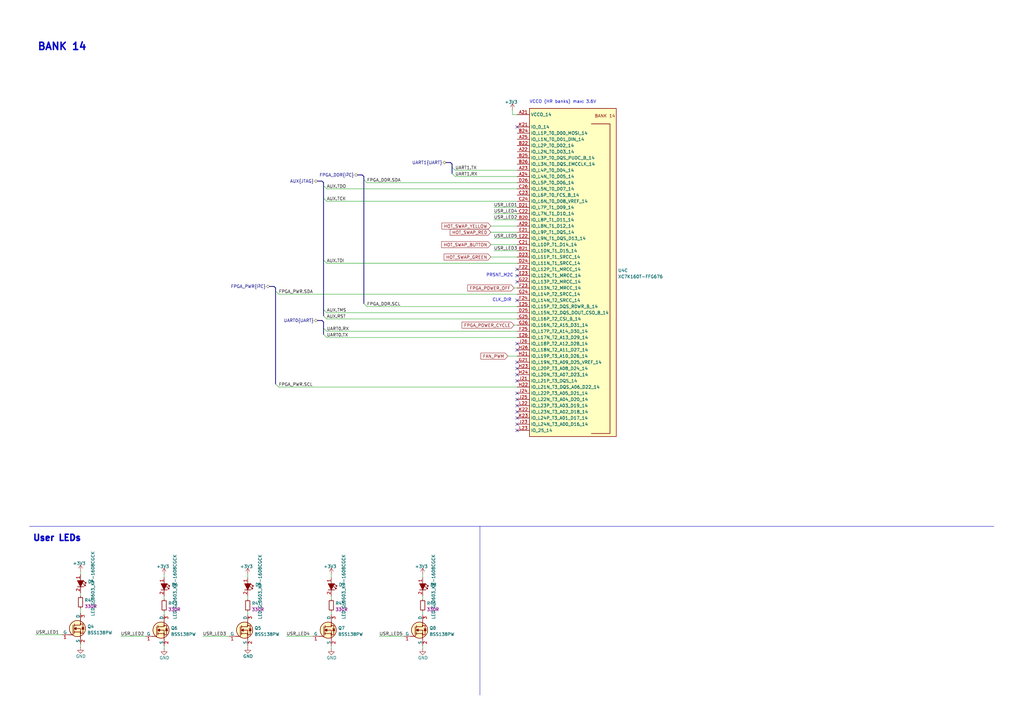
<source format=kicad_sch>
(kicad_sch (version 20230121) (generator eeschema)
  (paper "A3")
  (title_block (title "RDIMM DDR5 Tester") (date "2024-09-26") (rev "2.0.0") (comment 1 "www.antmicro.com") (comment 2 "Antmicro Ltd"))
  (no_connect (at 212.09 140.97))
  (no_connect (at 212.09 168.91))
  (no_connect (at 212.09 171.45))
  (no_connect (at 212.09 153.67))
  (no_connect (at 212.09 52.07))
  (no_connect (at 212.09 123.19))
  (no_connect (at 212.09 115.57))
  (no_connect (at 212.09 176.53))
  (no_connect (at 212.09 151.13))
  (no_connect (at 212.09 156.21))
  (no_connect (at 212.09 143.51))
  (no_connect (at 212.09 148.59))
  (no_connect (at 212.09 110.49))
  (no_connect (at 212.09 113.03))
  (no_connect (at 212.09 173.99))
  (no_connect (at 212.09 161.29))
  (no_connect (at 212.09 166.37))
  (no_connect (at 212.09 163.83))
  (bus_entry (at 132.715 134.62) (size 1.27 1.27))
  (bus_entry (at 185.42 68.58) (size 1.27 1.27))
  (bus_entry (at 132.715 106.68) (size 1.27 1.27))
  (bus_entry (at 132.715 137.16) (size 1.27 1.27))
  (bus_entry (at 132.715 81.28) (size 1.27 1.27))
  (bus_entry (at 113.03 157.48) (size 1.27 1.27))
  (bus_entry (at 149.225 73.66) (size 1.27 1.27))
  (bus_entry (at 149.225 124.46) (size 1.27 1.27))
  (bus_entry (at 185.42 71.12) (size 1.27 1.27))
  (bus_entry (at 113.03 119.38) (size 1.27 1.27))
  (bus_entry (at 132.715 76.2) (size 1.27 1.27))
  (bus_entry (at 132.715 129.54) (size 1.27 1.27))
  (bus_entry (at 132.715 127) (size 1.27 1.27))
  (bus (pts (xy 112.395 117.475) (xy 113.03 118.11)))
  (wire (pts (xy 67.31 250.825) (xy 67.31 252.095)))
  (wire (pts (xy 67.31 244.475) (xy 67.31 245.745)))
  (wire (pts (xy 173.355 244.475) (xy 173.355 245.745)))
  (wire (pts (xy 201.295 92.71) (xy 212.09 92.71)))
  (bus (pts (xy 146.685 71.755) (xy 148.59 71.755)))
  (wire (pts (xy 202.565 85.09) (xy 212.09 85.09)))
  (wire (pts (xy 155.575 260.985) (xy 165.735 260.985)))
  (wire (pts (xy 201.295 95.25) (xy 212.09 95.25)))
  (bus (pts (xy 130.175 131.445) (xy 132.08 131.445)))
  (wire (pts (xy 201.295 105.41) (xy 212.09 105.41)))
  (bus (pts (xy 149.225 73.66) (xy 149.225 124.46)))
  (wire (pts (xy 33.02 249.555) (xy 33.02 251.46)))
  (bus (pts (xy 132.08 74.295) (xy 132.715 74.93)))
  (wire (pts (xy 210.82 133.35) (xy 212.09 133.35)))
  (wire (pts (xy 186.69 69.85) (xy 212.09 69.85)))
  (wire (pts (xy 173.355 250.825) (xy 173.355 252.095)))
  (wire (pts (xy 135.89 250.825) (xy 135.89 252.095)))
  (bus (pts (xy 130.175 74.295) (xy 132.08 74.295)))
  (bus (pts (xy 132.715 74.93) (xy 132.715 76.2)))
  (wire (pts (xy 202.565 102.87) (xy 212.09 102.87)))
  (wire (pts (xy 33.02 264.16) (xy 33.02 265.43)))
  (wire (pts (xy 33.02 243.205) (xy 33.02 244.475)))
  (wire (pts (xy 101.6 235.585) (xy 101.6 236.855)))
  (wire (pts (xy 101.6 250.825) (xy 101.6 252.095)))
  (bus (pts (xy 110.49 117.475) (xy 112.395 117.475)))
  (bus (pts (xy 113.03 118.11) (xy 113.03 119.38)))
  (wire (pts (xy 202.565 87.63) (xy 212.09 87.63)))
  (bus (pts (xy 132.08 131.445) (xy 132.715 132.08)))
  (wire (pts (xy 135.89 244.475) (xy 135.89 245.745)))
  (bus (pts (xy 132.715 81.28) (xy 132.715 106.68)))
  (wire (pts (xy 208.28 146.05) (xy 212.09 146.05)))
  (wire (pts (xy 101.6 264.795) (xy 101.6 265.43)))
  (wire (pts (xy 49.53 260.985) (xy 59.69 260.985)))
  (polyline (pts (xy 196.85 215.9) (xy 407.67 215.9)))
  (wire (pts (xy 201.295 100.33) (xy 212.09 100.33)))
  (bus (pts (xy 182.88 66.675) (xy 184.785 66.675)))
  (wire (pts (xy 135.89 264.795) (xy 135.89 266.065)))
  (wire (pts (xy 150.495 125.73) (xy 212.09 125.73)))
  (bus (pts (xy 132.715 106.68) (xy 132.715 127)))
  (wire (pts (xy 133.985 82.55) (xy 212.09 82.55)))
  (wire (pts (xy 14.605 260.35) (xy 25.4 260.35)))
  (wire (pts (xy 133.985 135.89) (xy 212.09 135.89)))
  (wire (pts (xy 133.985 138.43) (xy 212.09 138.43)))
  (wire (pts (xy 173.355 264.795) (xy 173.355 266.065)))
  (bus (pts (xy 185.42 67.31) (xy 185.42 68.58)))
  (wire (pts (xy 83.185 260.985) (xy 93.98 260.985)))
  (wire (pts (xy 210.185 46.99) (xy 212.09 46.99)))
  (bus (pts (xy 184.785 66.675) (xy 185.42 67.31)))
  (bus (pts (xy 132.715 134.62) (xy 132.715 137.16)))
  (bus (pts (xy 113.03 119.38) (xy 113.03 157.48)))
  (bus (pts (xy 132.715 76.2) (xy 132.715 81.28)))
  (bus (pts (xy 132.715 132.08) (xy 132.715 134.62)))
  (wire (pts (xy 133.985 77.47) (xy 212.09 77.47)))
  (wire (pts (xy 114.3 158.75) (xy 212.09 158.75)))
  (wire (pts (xy 210.82 118.11) (xy 212.09 118.11)))
  (wire (pts (xy 186.69 72.39) (xy 212.09 72.39)))
  (bus (pts (xy 148.59 71.755) (xy 149.225 72.39)))
  (bus (pts (xy 149.225 72.39) (xy 149.225 73.66)))
  (polyline (pts (xy 12.065 215.9) (xy 196.85 215.9)))
  (wire (pts (xy 114.3 120.65) (xy 212.09 120.65)))
  (wire (pts (xy 67.31 264.795) (xy 67.31 266.065)))
  (wire (pts (xy 33.02 234.315) (xy 33.02 235.585)))
  (bus (pts (xy 185.42 68.58) (xy 185.42 71.12)))
  (polyline (pts (xy 196.85 285.115) (xy 196.85 215.9)))
  (wire (pts (xy 210.185 45.085) (xy 210.185 46.99)))
  (wire (pts (xy 133.985 128.27) (xy 212.09 128.27)))
  (wire (pts (xy 67.31 235.585) (xy 67.31 236.855)))
  (wire (pts (xy 135.89 235.585) (xy 135.89 236.855)))
  (wire (pts (xy 202.565 97.79) (xy 212.09 97.79)))
  (wire (pts (xy 117.475 260.985) (xy 128.27 260.985)))
  (bus (pts (xy 132.715 127) (xy 132.715 129.54)))
  (wire (pts (xy 150.495 74.93) (xy 212.09 74.93)))
  (wire (pts (xy 133.985 107.95) (xy 212.09 107.95)))
  (wire (pts (xy 202.565 90.17) (xy 212.09 90.17)))
  (wire (pts (xy 133.985 130.81) (xy 212.09 130.81)))
  (wire (pts (xy 173.355 235.585) (xy 173.355 236.855)))
  (wire (pts (xy 101.6 244.475) (xy 101.6 245.745)))
  (text "User LEDs" (at 13.335 222.25 0) (effects (font (size 2.54 2.54) (thickness 0.5994) bold) (justify left bottom)))
  (text "CLK_DIR" (at 201.93 123.825 0) (effects (font (size 1.27 1.27)) (justify left bottom)))
  (text "PRSNT_M2C" (at 199.39 113.665 0) (effects (font (size 1.27 1.27)) (justify left bottom)))
  (text "BANK 14" (at 15.24 20.955 0) (effects (font (size 2.9972 2.9972) (thickness 0.5994) bold) (justify left bottom)))
  (text "VCCO (HR banks) max: 3.6V" (at 217.17 42.545 0) (effects (font (size 1.27 1.27)) (justify left bottom)))
  (label "FPGA_DDR.SDA" (at 150.495 74.93 0))
  (label "USR_LED3" (at 83.185 260.985 0))
  (label "USR_LED2" (at 202.565 90.17 0))
  (label "FPGA_PWR.SCL" (at 114.3 158.75 0))
  (label "USR_LED5" (at 202.565 97.79 0))
  (label "UART1.RX" (at 186.69 72.39 0))
  (label "FPGA_DDR.SCL" (at 150.495 125.73 0))
  (label "USR_LED1" (at 14.605 260.35 0))
  (label "USR_LED3" (at 202.565 102.87 0))
  (label "USR_LED1" (at 202.565 85.09 0))
  (label "FPGA_PWR.SDA" (at 114.3 120.65 0))
  (label "USR_LED4" (at 202.565 87.63 0))
  (label "AUX.RST" (at 133.985 130.81 0))
  (label "UART0.TX" (at 133.985 138.43 0))
  (label "AUX.TCK" (at 133.985 82.55 0))
  (label "UART0.RX" (at 133.985 135.89 0))
  (label "AUX.TMS" (at 133.985 128.27 0))
  (label "USR_LED5" (at 155.575 260.985 0))
  (label "USR_LED4" (at 117.475 260.985 0))
  (label "USR_LED2" (at 49.53 260.985 0))
  (label "UART1.TX" (at 186.69 69.85 0))
  (label "AUX.TDI" (at 133.985 107.95 0))
  (label "AUX.TDO" (at 133.985 77.47 0))
  (global_label "HOT_SWAP_YELLOW" (shape input) (at 201.295 92.71 180) (property "Intersheetrefs" "${INTERSHEET_REFS}" (at 181.3118 92.6306 0) (effects (justify right))))
  (global_label "FPGA_POWER_OFF" (shape input) (at 210.82 118.11 180) (property "Intersheetrefs" "${INTERSHEET_REFS}" (at 191.8648 118.0306 0) (effects (justify right))))
  (global_label "FPGA_POWER_CYCLE" (shape input) (at 210.82 133.35 180) (property "Intersheetrefs" "${INTERSHEET_REFS}" (at 189.5668 133.2706 0) (effects (justify right))))
  (global_label "HOT_SWAP_GREEN" (shape input) (at 201.295 105.41 180) (property "Intersheetrefs" "${INTERSHEET_REFS}" (at 182.2189 105.3306 0) (effects (justify right))))
  (global_label "HOT_SWAP_RED" (shape input) (at 201.295 95.25 180) (property "Intersheetrefs" "${INTERSHEET_REFS}" (at 184.6984 95.1706 0) (effects (justify right))))
  (global_label "HOT_SWAP_BUTTON" (shape input) (at 201.295 100.33 180) (property "Intersheetrefs" "${INTERSHEET_REFS}" (at 181.1908 100.4094 0) (effects (justify right))))
  (global_label "FAN_PWM" (shape input) (at 208.28 146.05 180) (property "Intersheetrefs" "${INTERSHEET_REFS}" (at 197.3077 145.9706 0) (effects (justify right))))
  (hierarchical_label "AUX{JTAG}" (shape bidirectional) (at 130.175 74.295 180))
  (hierarchical_label "FPGA_DDR{I^{2}C}" (shape bidirectional) (at 146.685 71.755 180))
  (hierarchical_label "UART1{UART}" (shape bidirectional) (at 182.88 66.675 180))
  (hierarchical_label "UART0{UART}" (shape bidirectional) (at 130.175 131.445 180))
  (hierarchical_label "FPGA_PWR{I^{2}C}" (shape bidirectional) (at 110.49 117.475 180))
  (symbol (lib_id "antmicroResistors0402:R_330R_0402") (at 135.89 245.745 270) (unit 1)
    (property "Reference" "R45" (at 137.541 247.4544 90) (effects (justify left)))
    (property "Value" "R_330R_0402" (effects hide))
    (property "Footprint" "antmicro-footprints:R_0402_1005Metric" (effects hide))
    (property "Datasheet" "https://www.bourns.com/docs/product-datasheets/cr.pdf" (effects hide))
    (property "Manufacturer" "Bourns" (effects hide))
    (property "MPN" "CR0402-FX-3300GLF" (effects hide))
    (property "Val" "330R" (at 137.541 249.9847 90) (effects (justify left)))
    (property "License" "Apache-2.0" (effects hide))
    (property "Author" "Antmicro" (effects hide))
    (property "Tolerance" "1%" (effects hide))
  )
  (symbol (lib_id "antmicroTransistorsFETsMOSFETsSingle:BSS138PW") (at 128.27 260.985 0) (unit 1)
    (property "Reference" "Q7" (at 138.684 257.6144 0) (effects (justify left)))
    (property "Value" "BSS138PW" (at 138.684 260.1447 0) (effects (justify left)))
    (property "Footprint" "antmicro-footprints:SC70-3" (effects hide))
    (property "Datasheet" "https://assets.nexperia.com/documents/data-sheet/BSS138PW.pdf" (effects hide))
    (property "MPN" "BSS138PW" (effects hide))
    (property "Manufacturer" "Nexperia" (effects hide))
    (property "Author" "Antmicro" (effects hide))
    (property "License" "Apache-2.0" (effects hide))
  )
  (symbol (lib_id "antmicroTransistorsFETsMOSFETsSingle:BSS138PW") (at 25.4 260.35 0) (unit 1)
    (property "Reference" "Q4" (at 35.814 256.9794 0) (effects (justify left)))
    (property "Value" "BSS138PW" (at 35.814 259.5097 0) (effects (justify left)))
    (property "Footprint" "antmicro-footprints:SC70-3" (effects hide))
    (property "Datasheet" "https://assets.nexperia.com/documents/data-sheet/BSS138PW.pdf" (effects hide))
    (property "MPN" "BSS138PW" (effects hide))
    (property "Manufacturer" "Nexperia" (effects hide))
    (property "Author" "Antmicro" (effects hide))
    (property "License" "Apache-2.0" (effects hide))
  )
  (symbol (lib_id "antmicropower:+3V3") (at 210.185 45.085 0) (unit 1)
    (property "Reference" "#PWR0237" (effects hide))
    (property "Value" "+3V3" (at 207.01 42.545 0) (effects (justify left bottom)))
    (property "Author" "Antmicro" (effects hide))
    (property "License" "Apache-2.0" (effects hide))
  )
  (symbol (lib_id "antmicroResistors0402:R_330R_0402") (at 173.355 245.745 270) (unit 1)
    (property "Reference" "R46" (at 175.006 247.4544 90) (effects (justify left)))
    (property "Value" "R_330R_0402" (effects hide))
    (property "Footprint" "antmicro-footprints:R_0402_1005Metric" (effects hide))
    (property "Datasheet" "https://www.bourns.com/docs/product-datasheets/cr.pdf" (effects hide))
    (property "Manufacturer" "Bourns" (effects hide))
    (property "MPN" "CR0402-FX-3300GLF" (effects hide))
    (property "Val" "330R" (at 175.006 249.9847 90) (effects (justify left)))
    (property "License" "Apache-2.0" (effects hide))
    (property "Author" "Antmicro" (effects hide))
    (property "Tolerance" "1%" (effects hide))
  )
  (symbol (lib_id "antmicropower:+3V3") (at 33.02 234.315 0) (unit 1)
    (property "Reference" "#PWR0427" (effects hide))
    (property "Value" "+3V3" (at 29.845 231.775 0) (effects (justify left bottom)))
    (property "Author" "Antmicro" (effects hide))
    (property "License" "Apache-2.0" (effects hide))
  )
  (symbol (lib_id "antmicropower:GND") (at 33.02 265.43 0) (unit 1)
    (property "Reference" "#PWR0428" (effects hide))
    (property "Value" "GND" (at 31.115 269.875 0) (effects (justify left bottom)))
    (property "Author" "Antmicro" (effects hide))
    (property "License" "Apache-2.0" (effects hide))
  )
  (symbol (lib_id "antmicropower:+3V3") (at 173.355 235.585 0) (unit 1)
    (property "Reference" "#PWR0433" (effects hide))
    (property "Value" "+3V3" (at 170.18 233.045 0) (effects (justify left bottom)))
    (property "Author" "Antmicro" (effects hide))
    (property "License" "Apache-2.0" (effects hide))
  )
  (symbol (lib_id "antmicropower:+3V3") (at 135.89 235.585 0) (unit 1)
    (property "Reference" "#PWR0435" (effects hide))
    (property "Value" "+3V3" (at 132.715 233.045 0) (effects (justify left bottom)))
    (property "Author" "Antmicro" (effects hide))
    (property "License" "Apache-2.0" (effects hide))
  )
  (symbol (lib_id "antmicroLEDIndicationDiscrete:LED_G_0603_KP-1608CGCK") (at 67.31 236.855 270) (unit 1)
    (property "Reference" "D6" (at 70.358 239.8344 90) (effects (justify left)))
    (property "Value" "LED_G_0603_KP-1608CGCK" (at 71.755 240.665 0))
    (property "Footprint" "antmicro-footprints:LED_0603_1608Metric_G" (effects hide))
    (property "Datasheet" "http://www.farnell.com/datasheets/2045956.pdf" (effects hide))
    (property "MPN" "KP-1608CGCK" (effects hide))
    (property "Manufacturer" "Kingbright" (effects hide))
    (property "Author" "Antmicro" (effects hide))
    (property "License" "Apache-2.0" (effects hide))
  )
  (symbol (lib_id "antmicropower:GND") (at 101.6 265.43 0) (unit 1)
    (property "Reference" "#PWR0430" (effects hide))
    (property "Value" "GND" (at 99.695 269.875 0) (effects (justify left bottom)))
    (property "Author" "Antmicro" (effects hide))
    (property "License" "Apache-2.0" (effects hide))
  )
  (symbol (lib_id "antmicroFPGAChips:XC7K160T-FFG676") (at 212.09 46.99 0) (unit 3)
    (property "Reference" "U4" (at 253.492 110.9294 0) (effects (justify left)))
    (property "Value" "XC7K160T-FFG676" (at 253.492 113.4597 0) (effects (justify left)))
    (property "Footprint" "antmicro-footprints:BGA-676_27x27mm_Layout26x26_P1x1mm_FFG676" (effects hide))
    (property "Datasheet" "https://docs.xilinx.com/v/u/en-US/ds180_7Series_Overview" (effects hide))
    (property "MPN" "XC7K160T-FFG676" (effects hide))
    (property "Author" "Antmicro" (effects hide))
    (property "License" "Apache-2.0" (effects hide))
    (property "Manufacturer" "AMD-Xilinx" (effects hide))
  )
  (symbol (lib_id "antmicroTransistorsFETsMOSFETsSingle:BSS138PW") (at 165.735 260.985 0) (unit 1)
    (property "Reference" "Q8" (at 176.149 257.6144 0) (effects (justify left)))
    (property "Value" "BSS138PW" (at 176.149 260.1447 0) (effects (justify left)))
    (property "Footprint" "antmicro-footprints:SC70-3" (effects hide))
    (property "Datasheet" "https://assets.nexperia.com/documents/data-sheet/BSS138PW.pdf" (effects hide))
    (property "MPN" "BSS138PW" (effects hide))
    (property "Manufacturer" "Nexperia" (effects hide))
    (property "Author" "Antmicro" (effects hide))
    (property "License" "Apache-2.0" (effects hide))
  )
  (symbol (lib_id "antmicroLEDIndicationDiscrete:LED_G_0603_KP-1608CGCK") (at 135.89 236.855 270) (unit 1)
    (property "Reference" "D7" (at 138.938 239.8344 90) (effects (justify left)))
    (property "Value" "LED_G_0603_KP-1608CGCK" (at 140.97 240.665 0))
    (property "Footprint" "antmicro-footprints:LED_0603_1608Metric_G" (effects hide))
    (property "Datasheet" "http://www.farnell.com/datasheets/2045956.pdf" (effects hide))
    (property "MPN" "KP-1608CGCK" (effects hide))
    (property "Manufacturer" "Kingbright" (effects hide))
    (property "Author" "Antmicro" (effects hide))
    (property "License" "Apache-2.0" (effects hide))
  )
  (symbol (lib_id "antmicropower:GND") (at 67.31 266.065 0) (unit 1)
    (property "Reference" "#PWR0434" (effects hide))
    (property "Value" "GND" (at 65.405 270.51 0) (effects (justify left bottom)))
    (property "Author" "Antmicro" (effects hide))
    (property "License" "Apache-2.0" (effects hide))
  )
  (symbol (lib_id "antmicroResistors0402:R_330R_0402") (at 101.6 245.745 270) (unit 1)
    (property "Reference" "R41" (at 103.251 247.4544 90) (effects (justify left)))
    (property "Value" "R_330R_0402" (effects hide))
    (property "Footprint" "antmicro-footprints:R_0402_1005Metric" (effects hide))
    (property "Datasheet" "https://www.bourns.com/docs/product-datasheets/cr.pdf" (effects hide))
    (property "Manufacturer" "Bourns" (effects hide))
    (property "MPN" "CR0402-FX-3300GLF" (effects hide))
    (property "Val" "330R" (at 103.251 249.9847 90) (effects (justify left)))
    (property "License" "Apache-2.0" (effects hide))
    (property "Author" "Antmicro" (effects hide))
    (property "Tolerance" "1%" (effects hide))
  )
  (symbol (lib_id "antmicropower:GND") (at 173.355 266.065 0) (unit 1)
    (property "Reference" "#PWR0431" (effects hide))
    (property "Value" "GND" (at 171.45 270.51 0) (effects (justify left bottom)))
    (property "Author" "Antmicro" (effects hide))
    (property "License" "Apache-2.0" (effects hide))
  )
  (symbol (lib_id "antmicroLEDIndicationDiscrete:LED_G_0603_KP-1608CGCK") (at 33.02 235.585 270) (unit 1)
    (property "Reference" "D4" (at 36.068 238.5644 90) (effects (justify left)))
    (property "Value" "LED_G_0603_KP-1608CGCK" (at 38.1 239.395 0))
    (property "Footprint" "antmicro-footprints:LED_0603_1608Metric_G" (effects hide))
    (property "Datasheet" "http://www.farnell.com/datasheets/2045956.pdf" (effects hide))
    (property "MPN" "KP-1608CGCK" (effects hide))
    (property "Manufacturer" "Kingbright" (effects hide))
    (property "Author" "Antmicro" (effects hide))
    (property "License" "Apache-2.0" (effects hide))
  )
  (symbol (lib_id "antmicropower:+3V3") (at 101.6 235.585 0) (unit 1)
    (property "Reference" "#PWR0426" (effects hide))
    (property "Value" "+3V3" (at 98.425 233.045 0) (effects (justify left bottom)))
    (property "Author" "Antmicro" (effects hide))
    (property "License" "Apache-2.0" (effects hide))
  )
  (symbol (lib_id "antmicroTransistorsFETsMOSFETsSingle:BSS138PW") (at 93.98 260.985 0) (unit 1)
    (property "Reference" "Q5" (at 104.394 257.6144 0) (effects (justify left)))
    (property "Value" "BSS138PW" (at 104.394 260.1447 0) (effects (justify left)))
    (property "Footprint" "antmicro-footprints:SC70-3" (effects hide))
    (property "Datasheet" "https://assets.nexperia.com/documents/data-sheet/BSS138PW.pdf" (effects hide))
    (property "MPN" "BSS138PW" (effects hide))
    (property "Manufacturer" "Nexperia" (effects hide))
    (property "Author" "Antmicro" (effects hide))
    (property "License" "Apache-2.0" (effects hide))
  )
  (symbol (lib_id "antmicroTransistorsFETsMOSFETsSingle:BSS138PW") (at 59.69 260.985 0) (unit 1)
    (property "Reference" "Q6" (at 70.104 257.6144 0) (effects (justify left)))
    (property "Value" "BSS138PW" (at 70.104 260.1447 0) (effects (justify left)))
    (property "Footprint" "antmicro-footprints:SC70-3" (effects hide))
    (property "Datasheet" "https://assets.nexperia.com/documents/data-sheet/BSS138PW.pdf" (effects hide))
    (property "MPN" "BSS138PW" (effects hide))
    (property "Manufacturer" "Nexperia" (effects hide))
    (property "Author" "Antmicro" (effects hide))
    (property "License" "Apache-2.0" (effects hide))
  )
  (symbol (lib_id "antmicropower:GND") (at 135.89 266.065 0) (unit 1)
    (property "Reference" "#PWR0432" (effects hide))
    (property "Value" "GND" (at 133.985 270.51 0) (effects (justify left bottom)))
    (property "Author" "Antmicro" (effects hide))
    (property "License" "Apache-2.0" (effects hide))
  )
  (symbol (lib_id "antmicroResistors0402:R_330R_0402") (at 33.02 244.475 270) (unit 1)
    (property "Reference" "R40" (at 34.671 246.1844 90) (effects (justify left)))
    (property "Value" "R_330R_0402" (effects hide))
    (property "Footprint" "antmicro-footprints:R_0402_1005Metric" (effects hide))
    (property "Datasheet" "https://www.bourns.com/docs/product-datasheets/cr.pdf" (effects hide))
    (property "Manufacturer" "Bourns" (effects hide))
    (property "MPN" "CR0402-FX-3300GLF" (effects hide))
    (property "Val" "330R" (at 34.671 248.7147 90) (effects (justify left)))
    (property "License" "Apache-2.0" (effects hide))
    (property "Author" "Antmicro" (effects hide))
    (property "Tolerance" "1%" (effects hide))
  )
  (symbol (lib_id "antmicropower:+3V3") (at 67.31 235.585 0) (unit 1)
    (property "Reference" "#PWR0429" (effects hide))
    (property "Value" "+3V3" (at 64.135 233.045 0) (effects (justify left bottom)))
    (property "Author" "Antmicro" (effects hide))
    (property "License" "Apache-2.0" (effects hide))
  )
  (symbol (lib_id "antmicroLEDIndicationDiscrete:LED_G_0603_KP-1608CGCK") (at 101.6 236.855 270) (unit 1)
    (property "Reference" "D5" (at 104.648 239.8344 90) (effects (justify left)))
    (property "Value" "LED_G_0603_KP-1608CGCK" (at 106.68 240.665 0))
    (property "Footprint" "antmicro-footprints:LED_0603_1608Metric_G" (effects hide))
    (property "Datasheet" "http://www.farnell.com/datasheets/2045956.pdf" (effects hide))
    (property "MPN" "KP-1608CGCK" (effects hide))
    (property "Manufacturer" "Kingbright" (effects hide))
    (property "Author" "Antmicro" (effects hide))
    (property "License" "Apache-2.0" (effects hide))
  )
  (symbol (lib_id "antmicroResistors0402:R_330R_0402") (at 67.31 245.745 270) (unit 1)
    (property "Reference" "R42" (at 68.961 247.4544 90) (effects (justify left)))
    (property "Value" "R_330R_0402" (effects hide))
    (property "Footprint" "antmicro-footprints:R_0402_1005Metric" (effects hide))
    (property "Datasheet" "https://www.bourns.com/docs/product-datasheets/cr.pdf" (effects hide))
    (property "Manufacturer" "Bourns" (effects hide))
    (property "MPN" "CR0402-FX-3300GLF" (effects hide))
    (property "Val" "330R" (at 68.961 249.9847 90) (effects (justify left)))
    (property "License" "Apache-2.0" (effects hide))
    (property "Author" "Antmicro" (effects hide))
    (property "Tolerance" "1%" (effects hide))
  )
  (symbol (lib_id "antmicroLEDIndicationDiscrete:LED_G_0603_KP-1608CGCK") (at 173.355 236.855 270) (unit 1)
    (property "Reference" "D8" (at 176.403 239.8344 90) (effects (justify left)))
    (property "Value" "LED_G_0603_KP-1608CGCK" (at 177.8 240.665 0))
    (property "Footprint" "antmicro-footprints:LED_0603_1608Metric_G" (effects hide))
    (property "Datasheet" "http://www.farnell.com/datasheets/2045956.pdf" (effects hide))
    (property "MPN" "KP-1608CGCK" (effects hide))
    (property "Manufacturer" "Kingbright" (effects hide))
    (property "Author" "Antmicro" (effects hide))
    (property "License" "Apache-2.0" (effects hide))
  )
)
</source>
